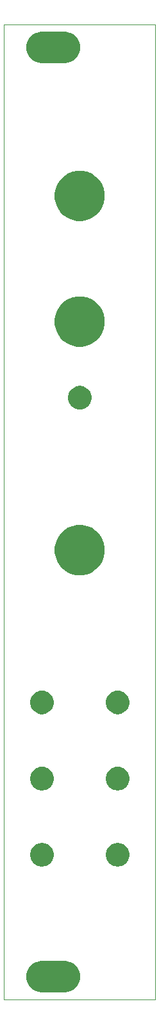
<source format=gbr>
%TF.GenerationSoftware,KiCad,Pcbnew,(5.1.5)-3*%
%TF.CreationDate,2020-03-17T21:30:24+01:00*%
%TF.ProjectId,KicadJE-EuroPowerSupply2-Faceplate,4b696361-644a-4452-9d45-75726f506f77,Rev A*%
%TF.SameCoordinates,Original*%
%TF.FileFunction,Soldermask,Bot*%
%TF.FilePolarity,Negative*%
%FSLAX46Y46*%
G04 Gerber Fmt 4.6, Leading zero omitted, Abs format (unit mm)*
G04 Created by KiCad (PCBNEW (5.1.5)-3) date 2020-03-17 21:30:24*
%MOMM*%
%LPD*%
G04 APERTURE LIST*
%ADD10C,0.050000*%
%ADD11C,0.150000*%
G04 APERTURE END LIST*
D10*
X-9000000Y-164000000D02*
X-9000000Y-36000000D01*
X11000000Y-164000000D02*
X-9000000Y-164000000D01*
X11000000Y-36000000D02*
X11000000Y-164000000D01*
X-9000000Y-36000000D02*
X11000000Y-36000000D01*
D11*
G36*
X-798811Y-158958892D02*
G01*
X-597934Y-158978677D01*
X-211319Y-159095955D01*
X-211316Y-159095956D01*
X144983Y-159286402D01*
X144986Y-159286404D01*
X144987Y-159286405D01*
X457293Y-159542707D01*
X713595Y-159855013D01*
X713598Y-159855017D01*
X904044Y-160211316D01*
X904045Y-160211319D01*
X1021323Y-160597934D01*
X1060923Y-161000000D01*
X1021323Y-161402066D01*
X904045Y-161788681D01*
X904044Y-161788684D01*
X713598Y-162144983D01*
X713596Y-162144986D01*
X713595Y-162144987D01*
X457293Y-162457293D01*
X144987Y-162713595D01*
X144983Y-162713598D01*
X-211316Y-162904044D01*
X-211319Y-162904045D01*
X-597934Y-163021323D01*
X-798811Y-163041108D01*
X-899249Y-163051000D01*
X-4100751Y-163051000D01*
X-4201189Y-163041108D01*
X-4402066Y-163021323D01*
X-4788681Y-162904045D01*
X-4788684Y-162904044D01*
X-5144983Y-162713598D01*
X-5144987Y-162713595D01*
X-5457293Y-162457293D01*
X-5713595Y-162144987D01*
X-5713596Y-162144986D01*
X-5713598Y-162144983D01*
X-5904044Y-161788684D01*
X-5904045Y-161788681D01*
X-6021323Y-161402066D01*
X-6060923Y-161000000D01*
X-6021323Y-160597934D01*
X-5904045Y-160211319D01*
X-5904044Y-160211316D01*
X-5713598Y-159855017D01*
X-5713595Y-159855013D01*
X-5457293Y-159542707D01*
X-5144987Y-159286405D01*
X-5144986Y-159286404D01*
X-5144983Y-159286402D01*
X-4788684Y-159095956D01*
X-4788681Y-159095955D01*
X-4402066Y-158978677D01*
X-4201189Y-158958892D01*
X-4100751Y-158949000D01*
X-899249Y-158949000D01*
X-798811Y-158958892D01*
G37*
G36*
X6302585Y-143478802D02*
G01*
X6452410Y-143508604D01*
X6734674Y-143625521D01*
X6988705Y-143795259D01*
X7204741Y-144011295D01*
X7374479Y-144265326D01*
X7491396Y-144547590D01*
X7551000Y-144847240D01*
X7551000Y-145152760D01*
X7491396Y-145452410D01*
X7374479Y-145734674D01*
X7204741Y-145988705D01*
X6988705Y-146204741D01*
X6734674Y-146374479D01*
X6452410Y-146491396D01*
X6302585Y-146521198D01*
X6152761Y-146551000D01*
X5847239Y-146551000D01*
X5697415Y-146521198D01*
X5547590Y-146491396D01*
X5265326Y-146374479D01*
X5011295Y-146204741D01*
X4795259Y-145988705D01*
X4625521Y-145734674D01*
X4508604Y-145452410D01*
X4449000Y-145152760D01*
X4449000Y-144847240D01*
X4508604Y-144547590D01*
X4625521Y-144265326D01*
X4795259Y-144011295D01*
X5011295Y-143795259D01*
X5265326Y-143625521D01*
X5547590Y-143508604D01*
X5697415Y-143478802D01*
X5847239Y-143449000D01*
X6152761Y-143449000D01*
X6302585Y-143478802D01*
G37*
G36*
X-3697415Y-143478802D02*
G01*
X-3547590Y-143508604D01*
X-3265326Y-143625521D01*
X-3011295Y-143795259D01*
X-2795259Y-144011295D01*
X-2625521Y-144265326D01*
X-2508604Y-144547590D01*
X-2449000Y-144847240D01*
X-2449000Y-145152760D01*
X-2508604Y-145452410D01*
X-2625521Y-145734674D01*
X-2795259Y-145988705D01*
X-3011295Y-146204741D01*
X-3265326Y-146374479D01*
X-3547590Y-146491396D01*
X-3697415Y-146521198D01*
X-3847239Y-146551000D01*
X-4152761Y-146551000D01*
X-4302585Y-146521198D01*
X-4452410Y-146491396D01*
X-4734674Y-146374479D01*
X-4988705Y-146204741D01*
X-5204741Y-145988705D01*
X-5374479Y-145734674D01*
X-5491396Y-145452410D01*
X-5551000Y-145152760D01*
X-5551000Y-144847240D01*
X-5491396Y-144547590D01*
X-5374479Y-144265326D01*
X-5204741Y-144011295D01*
X-4988705Y-143795259D01*
X-4734674Y-143625521D01*
X-4452410Y-143508604D01*
X-4302585Y-143478802D01*
X-4152761Y-143449000D01*
X-3847239Y-143449000D01*
X-3697415Y-143478802D01*
G37*
G36*
X6302585Y-133478802D02*
G01*
X6452410Y-133508604D01*
X6734674Y-133625521D01*
X6988705Y-133795259D01*
X7204741Y-134011295D01*
X7374479Y-134265326D01*
X7491396Y-134547590D01*
X7551000Y-134847240D01*
X7551000Y-135152760D01*
X7491396Y-135452410D01*
X7374479Y-135734674D01*
X7204741Y-135988705D01*
X6988705Y-136204741D01*
X6734674Y-136374479D01*
X6452410Y-136491396D01*
X6302585Y-136521198D01*
X6152761Y-136551000D01*
X5847239Y-136551000D01*
X5697415Y-136521198D01*
X5547590Y-136491396D01*
X5265326Y-136374479D01*
X5011295Y-136204741D01*
X4795259Y-135988705D01*
X4625521Y-135734674D01*
X4508604Y-135452410D01*
X4449000Y-135152760D01*
X4449000Y-134847240D01*
X4508604Y-134547590D01*
X4625521Y-134265326D01*
X4795259Y-134011295D01*
X5011295Y-133795259D01*
X5265326Y-133625521D01*
X5547590Y-133508604D01*
X5697415Y-133478802D01*
X5847239Y-133449000D01*
X6152761Y-133449000D01*
X6302585Y-133478802D01*
G37*
G36*
X-3697415Y-133478802D02*
G01*
X-3547590Y-133508604D01*
X-3265326Y-133625521D01*
X-3011295Y-133795259D01*
X-2795259Y-134011295D01*
X-2625521Y-134265326D01*
X-2508604Y-134547590D01*
X-2449000Y-134847240D01*
X-2449000Y-135152760D01*
X-2508604Y-135452410D01*
X-2625521Y-135734674D01*
X-2795259Y-135988705D01*
X-3011295Y-136204741D01*
X-3265326Y-136374479D01*
X-3547590Y-136491396D01*
X-3697415Y-136521198D01*
X-3847239Y-136551000D01*
X-4152761Y-136551000D01*
X-4302585Y-136521198D01*
X-4452410Y-136491396D01*
X-4734674Y-136374479D01*
X-4988705Y-136204741D01*
X-5204741Y-135988705D01*
X-5374479Y-135734674D01*
X-5491396Y-135452410D01*
X-5551000Y-135152760D01*
X-5551000Y-134847240D01*
X-5491396Y-134547590D01*
X-5374479Y-134265326D01*
X-5204741Y-134011295D01*
X-4988705Y-133795259D01*
X-4734674Y-133625521D01*
X-4452410Y-133508604D01*
X-4302585Y-133478802D01*
X-4152761Y-133449000D01*
X-3847239Y-133449000D01*
X-3697415Y-133478802D01*
G37*
G36*
X6302585Y-123478802D02*
G01*
X6452410Y-123508604D01*
X6734674Y-123625521D01*
X6988705Y-123795259D01*
X7204741Y-124011295D01*
X7374479Y-124265326D01*
X7491396Y-124547590D01*
X7551000Y-124847240D01*
X7551000Y-125152760D01*
X7491396Y-125452410D01*
X7374479Y-125734674D01*
X7204741Y-125988705D01*
X6988705Y-126204741D01*
X6734674Y-126374479D01*
X6452410Y-126491396D01*
X6302585Y-126521198D01*
X6152761Y-126551000D01*
X5847239Y-126551000D01*
X5697415Y-126521198D01*
X5547590Y-126491396D01*
X5265326Y-126374479D01*
X5011295Y-126204741D01*
X4795259Y-125988705D01*
X4625521Y-125734674D01*
X4508604Y-125452410D01*
X4449000Y-125152760D01*
X4449000Y-124847240D01*
X4508604Y-124547590D01*
X4625521Y-124265326D01*
X4795259Y-124011295D01*
X5011295Y-123795259D01*
X5265326Y-123625521D01*
X5547590Y-123508604D01*
X5697415Y-123478802D01*
X5847239Y-123449000D01*
X6152761Y-123449000D01*
X6302585Y-123478802D01*
G37*
G36*
X-3697415Y-123478802D02*
G01*
X-3547590Y-123508604D01*
X-3265326Y-123625521D01*
X-3011295Y-123795259D01*
X-2795259Y-124011295D01*
X-2625521Y-124265326D01*
X-2508604Y-124547590D01*
X-2449000Y-124847240D01*
X-2449000Y-125152760D01*
X-2508604Y-125452410D01*
X-2625521Y-125734674D01*
X-2795259Y-125988705D01*
X-3011295Y-126204741D01*
X-3265326Y-126374479D01*
X-3547590Y-126491396D01*
X-3697415Y-126521198D01*
X-3847239Y-126551000D01*
X-4152761Y-126551000D01*
X-4302585Y-126521198D01*
X-4452410Y-126491396D01*
X-4734674Y-126374479D01*
X-4988705Y-126204741D01*
X-5204741Y-125988705D01*
X-5374479Y-125734674D01*
X-5491396Y-125452410D01*
X-5551000Y-125152760D01*
X-5551000Y-124847240D01*
X-5491396Y-124547590D01*
X-5374479Y-124265326D01*
X-5204741Y-124011295D01*
X-4988705Y-123795259D01*
X-4734674Y-123625521D01*
X-4452410Y-123508604D01*
X-4302585Y-123478802D01*
X-4152761Y-123449000D01*
X-3847239Y-123449000D01*
X-3697415Y-123478802D01*
G37*
G36*
X1962865Y-101825855D02*
G01*
X2563608Y-102074691D01*
X2563610Y-102074692D01*
X3104265Y-102435946D01*
X3564054Y-102895735D01*
X3925308Y-103436390D01*
X3925309Y-103436392D01*
X4174145Y-104037135D01*
X4301000Y-104674879D01*
X4301000Y-105325121D01*
X4174145Y-105962865D01*
X3925309Y-106563608D01*
X3925308Y-106563610D01*
X3564054Y-107104265D01*
X3104265Y-107564054D01*
X2563610Y-107925308D01*
X2563609Y-107925309D01*
X2563608Y-107925309D01*
X1962865Y-108174145D01*
X1325121Y-108301000D01*
X674879Y-108301000D01*
X37135Y-108174145D01*
X-563608Y-107925309D01*
X-563609Y-107925309D01*
X-563610Y-107925308D01*
X-1104265Y-107564054D01*
X-1564054Y-107104265D01*
X-1925308Y-106563610D01*
X-1925309Y-106563608D01*
X-2174145Y-105962865D01*
X-2301000Y-105325121D01*
X-2301000Y-104674879D01*
X-2174145Y-104037135D01*
X-1925309Y-103436392D01*
X-1925308Y-103436390D01*
X-1564054Y-102895735D01*
X-1104265Y-102435946D01*
X-563610Y-102074692D01*
X-563608Y-102074691D01*
X37135Y-101825855D01*
X674879Y-101699000D01*
X1325121Y-101699000D01*
X1962865Y-101825855D01*
G37*
G36*
X1302585Y-83478802D02*
G01*
X1452410Y-83508604D01*
X1734674Y-83625521D01*
X1988705Y-83795259D01*
X2204741Y-84011295D01*
X2374479Y-84265326D01*
X2491396Y-84547590D01*
X2551000Y-84847240D01*
X2551000Y-85152760D01*
X2491396Y-85452410D01*
X2374479Y-85734674D01*
X2204741Y-85988705D01*
X1988705Y-86204741D01*
X1734674Y-86374479D01*
X1452410Y-86491396D01*
X1302585Y-86521198D01*
X1152761Y-86551000D01*
X847239Y-86551000D01*
X697415Y-86521198D01*
X547590Y-86491396D01*
X265326Y-86374479D01*
X11295Y-86204741D01*
X-204741Y-85988705D01*
X-374479Y-85734674D01*
X-491396Y-85452410D01*
X-551000Y-85152760D01*
X-551000Y-84847240D01*
X-491396Y-84547590D01*
X-374479Y-84265326D01*
X-204741Y-84011295D01*
X11295Y-83795259D01*
X265326Y-83625521D01*
X547590Y-83508604D01*
X697415Y-83478802D01*
X847239Y-83449000D01*
X1152761Y-83449000D01*
X1302585Y-83478802D01*
G37*
G36*
X1962865Y-71825855D02*
G01*
X2563608Y-72074691D01*
X2563610Y-72074692D01*
X3104265Y-72435946D01*
X3564054Y-72895735D01*
X3925308Y-73436390D01*
X3925309Y-73436392D01*
X4174145Y-74037135D01*
X4301000Y-74674879D01*
X4301000Y-75325121D01*
X4174145Y-75962865D01*
X3925309Y-76563608D01*
X3925308Y-76563610D01*
X3564054Y-77104265D01*
X3104265Y-77564054D01*
X2563610Y-77925308D01*
X2563609Y-77925309D01*
X2563608Y-77925309D01*
X1962865Y-78174145D01*
X1325121Y-78301000D01*
X674879Y-78301000D01*
X37135Y-78174145D01*
X-563608Y-77925309D01*
X-563609Y-77925309D01*
X-563610Y-77925308D01*
X-1104265Y-77564054D01*
X-1564054Y-77104265D01*
X-1925308Y-76563610D01*
X-1925309Y-76563608D01*
X-2174145Y-75962865D01*
X-2301000Y-75325121D01*
X-2301000Y-74674879D01*
X-2174145Y-74037135D01*
X-1925309Y-73436392D01*
X-1925308Y-73436390D01*
X-1564054Y-72895735D01*
X-1104265Y-72435946D01*
X-563610Y-72074692D01*
X-563608Y-72074691D01*
X37135Y-71825855D01*
X674879Y-71699000D01*
X1325121Y-71699000D01*
X1962865Y-71825855D01*
G37*
G36*
X1962865Y-55325855D02*
G01*
X2563608Y-55574691D01*
X2563610Y-55574692D01*
X3104265Y-55935946D01*
X3564054Y-56395735D01*
X3925308Y-56936390D01*
X3925309Y-56936392D01*
X4174145Y-57537135D01*
X4301000Y-58174879D01*
X4301000Y-58825121D01*
X4174145Y-59462865D01*
X3925309Y-60063608D01*
X3925308Y-60063610D01*
X3564054Y-60604265D01*
X3104265Y-61064054D01*
X2563610Y-61425308D01*
X2563609Y-61425309D01*
X2563608Y-61425309D01*
X1962865Y-61674145D01*
X1325121Y-61801000D01*
X674879Y-61801000D01*
X37135Y-61674145D01*
X-563608Y-61425309D01*
X-563609Y-61425309D01*
X-563610Y-61425308D01*
X-1104265Y-61064054D01*
X-1564054Y-60604265D01*
X-1925308Y-60063610D01*
X-1925309Y-60063608D01*
X-2174145Y-59462865D01*
X-2301000Y-58825121D01*
X-2301000Y-58174879D01*
X-2174145Y-57537135D01*
X-1925309Y-56936392D01*
X-1925308Y-56936390D01*
X-1564054Y-56395735D01*
X-1104265Y-55935946D01*
X-563610Y-55574692D01*
X-563608Y-55574691D01*
X37135Y-55325855D01*
X674879Y-55199000D01*
X1325121Y-55199000D01*
X1962865Y-55325855D01*
G37*
G36*
X-798811Y-36958892D02*
G01*
X-597934Y-36978677D01*
X-211319Y-37095955D01*
X-211316Y-37095956D01*
X144983Y-37286402D01*
X144986Y-37286404D01*
X144987Y-37286405D01*
X457293Y-37542707D01*
X713595Y-37855013D01*
X713598Y-37855017D01*
X904044Y-38211316D01*
X904045Y-38211319D01*
X1021323Y-38597934D01*
X1060923Y-39000000D01*
X1021323Y-39402066D01*
X904045Y-39788681D01*
X904044Y-39788684D01*
X713598Y-40144983D01*
X713596Y-40144986D01*
X713595Y-40144987D01*
X457293Y-40457293D01*
X144987Y-40713595D01*
X144983Y-40713598D01*
X-211316Y-40904044D01*
X-211319Y-40904045D01*
X-597934Y-41021323D01*
X-798811Y-41041108D01*
X-899249Y-41051000D01*
X-4100751Y-41051000D01*
X-4201189Y-41041108D01*
X-4402066Y-41021323D01*
X-4788681Y-40904045D01*
X-4788684Y-40904044D01*
X-5144983Y-40713598D01*
X-5144987Y-40713595D01*
X-5457293Y-40457293D01*
X-5713595Y-40144987D01*
X-5713596Y-40144986D01*
X-5713598Y-40144983D01*
X-5904044Y-39788684D01*
X-5904045Y-39788681D01*
X-6021323Y-39402066D01*
X-6060923Y-39000000D01*
X-6021323Y-38597934D01*
X-5904045Y-38211319D01*
X-5904044Y-38211316D01*
X-5713598Y-37855017D01*
X-5713595Y-37855013D01*
X-5457293Y-37542707D01*
X-5144987Y-37286405D01*
X-5144986Y-37286404D01*
X-5144983Y-37286402D01*
X-4788684Y-37095956D01*
X-4788681Y-37095955D01*
X-4402066Y-36978677D01*
X-4201189Y-36958892D01*
X-4100751Y-36949000D01*
X-899249Y-36949000D01*
X-798811Y-36958892D01*
G37*
M02*

</source>
